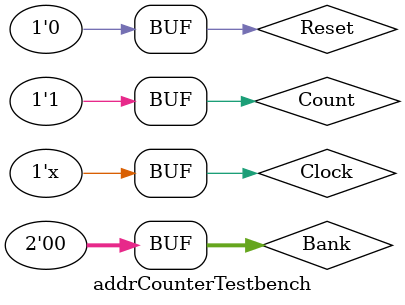
<source format=v>


//-----------------------------------------------------------------------
//	Section:	Defines and Constants
//-----------------------------------------------------------------------
`timescale		1 ns/1 ps		// Display things in ns, compute them in ps
`define HalfCycle	18.518			// This is in ns (see above)
`define Cycle		(`HalfCycle * 2)	// Didn't you learn to multiply?
//-----------------------------------------------------------------------

//-----------------------------------------------------------------------
//	Module:		Lab2Testbench
//	CUT:		Lab2Top
//-----------------------------------------------------------------------
module addrCounterTestbench;
	//---------------------------------------------------------------
	//	Wires and Regs
	//---------------------------------------------------------------
	reg			Clock, Reset;



	//---------------------------------------------------------------

	//---------------------------------------------------------------
	//	CUT:	Lab2Top
	//---------------------------------------------------------------
	
	wire [23:0] AddressOut;
	reg Count;
	reg [1:0] Bank;
	wire [12:0] row;
	wire [8:0] col;

		
		AddressCounter		CUT(	.Clock(		Clock),
										.Reset(		Reset),
										.AddressOut(AddressOut),
										.Count(		Count),
										.Bank(		Bank),
										.row(			row),
										.col(			col));



	//---------------------------------------------------------------



	//---------------------------------------------------------------
	//	Clock Source
	//		This section will generate a clock signal,
	//		turning it on and off according the HalfCycle
	//		time, in this case it will generate a 27MHz clock
	//		THIS COULD NEVER BE SYNTHESIZED
	//---------------------------------------------------------------
	initial Clock =			1'b0;	// We need to start at 1'b0, otherwise clock will always be 1'bx
	always #(`HalfCycle) Clock =	~Clock;	// Every half clock cycle, invert the clock
	//---------------------------------------------------------------

	//---------------------------------------------------------------
	//	Test Stimulus
	//		This initial block will periodically set new
	//		values for the inputs to the CUT.
	//		THIS COULD NEVER BE SYNTHESIZED
	//---------------------------------------------------------------
	initial begin
		Bank = 2'b00;
		Reset = 1'b1;
		#(`Cycle);
		Reset = 1'b0;
		Count = 1'b1;
		
		// Add more test cases here!!
	end
	//---------------------------------------------------------------
endmodule
//-----------------------------------------------------------------------
</source>
